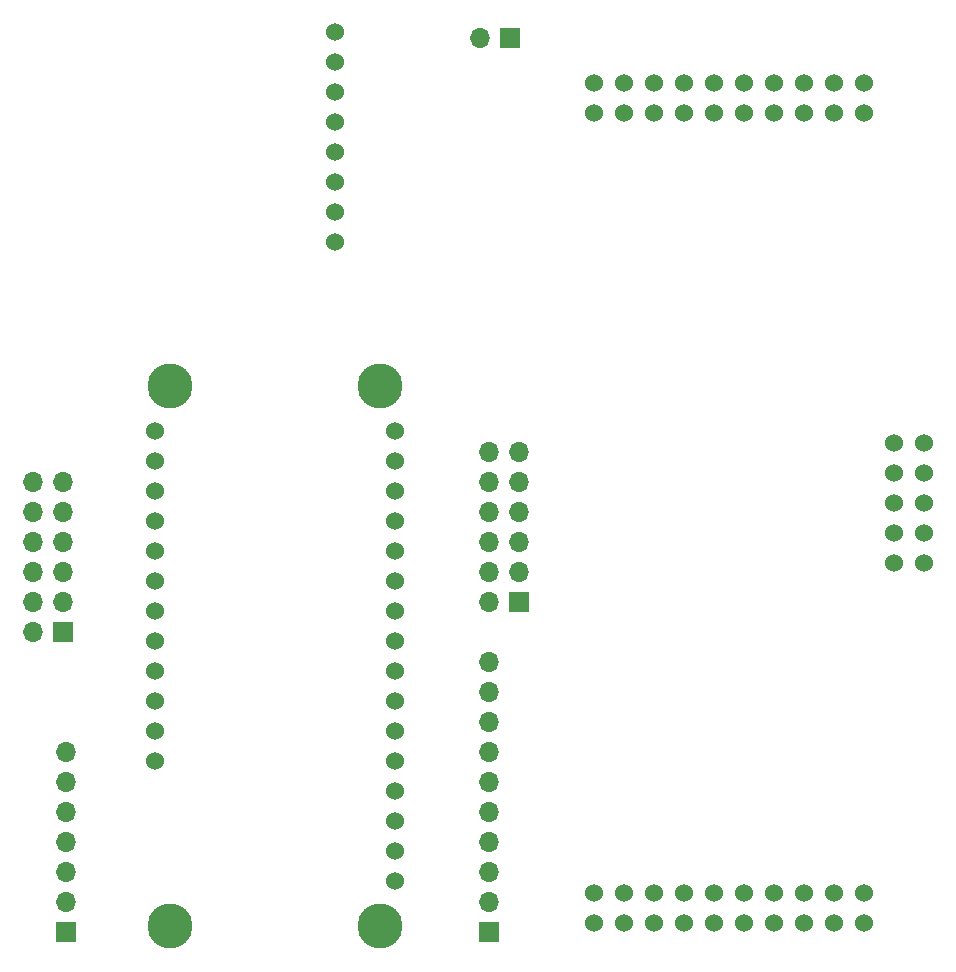
<source format=gbr>
%TF.GenerationSoftware,KiCad,Pcbnew,6.0.4-1.fc35*%
%TF.CreationDate,2022-04-10T20:29:38+01:00*%
%TF.ProjectId,DevBoard,44657642-6f61-4726-942e-6b696361645f,rev?*%
%TF.SameCoordinates,Original*%
%TF.FileFunction,Soldermask,Top*%
%TF.FilePolarity,Negative*%
%FSLAX46Y46*%
G04 Gerber Fmt 4.6, Leading zero omitted, Abs format (unit mm)*
G04 Created by KiCad (PCBNEW 6.0.4-1.fc35) date 2022-04-10 20:29:38*
%MOMM*%
%LPD*%
G01*
G04 APERTURE LIST*
%ADD10R,1.700000X1.700000*%
%ADD11O,1.700000X1.700000*%
%ADD12C,1.524000*%
%ADD13C,3.810000*%
G04 APERTURE END LIST*
D10*
%TO.C,J3*%
X182885000Y-68072000D03*
D11*
X180345000Y-68072000D03*
%TD*%
D10*
%TO.C,J4*%
X181107000Y-143769000D03*
D11*
X181107000Y-141229000D03*
X181107000Y-138689000D03*
X181107000Y-136149000D03*
X181107000Y-133609000D03*
X181107000Y-131069000D03*
X181107000Y-128529000D03*
X181107000Y-125989000D03*
X181107000Y-123449000D03*
X181107000Y-120909000D03*
%TD*%
D12*
%TO.C,U2*%
X173160000Y-139446000D03*
X173160000Y-136906000D03*
X173160000Y-134366000D03*
X173160000Y-131826000D03*
X173160000Y-129286000D03*
X173160000Y-126746000D03*
X173160000Y-124206000D03*
X173160000Y-121666000D03*
X173160000Y-119126000D03*
X173160000Y-116586000D03*
X173160000Y-114046000D03*
X173160000Y-111506000D03*
X173160000Y-108966000D03*
X173160000Y-106426000D03*
X173160000Y-103886000D03*
X173160000Y-101346000D03*
X152840000Y-101346000D03*
X152840000Y-103886000D03*
X152840000Y-106426000D03*
X152840000Y-108966000D03*
X152840000Y-111506000D03*
X152840000Y-114046000D03*
X152840000Y-116586000D03*
X152840000Y-119126000D03*
X152840000Y-121666000D03*
X152840000Y-124206000D03*
X152840000Y-126746000D03*
X152840000Y-129286000D03*
D13*
X171890000Y-143256000D03*
X171890000Y-97536000D03*
X154110000Y-97536000D03*
X154110000Y-143256000D03*
%TD*%
D10*
%TO.C,J1*%
X145000000Y-118364000D03*
D11*
X142460000Y-118364000D03*
X145000000Y-115824000D03*
X142460000Y-115824000D03*
X145000000Y-113284000D03*
X142460000Y-113284000D03*
X145000000Y-110744000D03*
X142460000Y-110744000D03*
X145000000Y-108204000D03*
X142460000Y-108204000D03*
X145000000Y-105664000D03*
X142460000Y-105664000D03*
%TD*%
D10*
%TO.C,J5*%
X145288000Y-143769000D03*
D11*
X145288000Y-141229000D03*
X145288000Y-138689000D03*
X145288000Y-136149000D03*
X145288000Y-133609000D03*
X145288000Y-131069000D03*
X145288000Y-128529000D03*
%TD*%
D12*
%TO.C,U3*%
X217932000Y-102362000D03*
X217932000Y-104902000D03*
X217932000Y-107442000D03*
X217932000Y-109982000D03*
X217932000Y-112522000D03*
X215392000Y-112522000D03*
X215392000Y-109982000D03*
X215392000Y-107442000D03*
X215392000Y-104902000D03*
X215392000Y-102362000D03*
X189992000Y-71882000D03*
X192532000Y-71882000D03*
X195072000Y-71882000D03*
X197612000Y-71882000D03*
X200152000Y-71882000D03*
X202692000Y-71882000D03*
X205232000Y-71882000D03*
X207772000Y-71882000D03*
X210312000Y-71882000D03*
X212852000Y-71882000D03*
X212852000Y-74422000D03*
X210312000Y-74422000D03*
X207772000Y-74422000D03*
X205232000Y-74422000D03*
X202692000Y-74422000D03*
X200152000Y-74422000D03*
X197612000Y-74422000D03*
X195072000Y-74422000D03*
X192532000Y-74422000D03*
X189992000Y-74422000D03*
X189992000Y-140462000D03*
X192532000Y-140462000D03*
X195072000Y-140462000D03*
X197612000Y-140462000D03*
X200152000Y-140462000D03*
X202692000Y-140462000D03*
X205232000Y-140462000D03*
X207772000Y-140462000D03*
X210312000Y-140462000D03*
X212852000Y-140462000D03*
X212852000Y-143002000D03*
X210312000Y-143002000D03*
X207772000Y-143002000D03*
X205232000Y-143002000D03*
X202692000Y-143002000D03*
X200152000Y-143002000D03*
X197612000Y-143002000D03*
X195072000Y-143002000D03*
X192532000Y-143002000D03*
X189992000Y-143002000D03*
%TD*%
%TO.C,U1*%
X168021000Y-85344000D03*
X168021000Y-82804000D03*
X168021000Y-80264000D03*
X168021000Y-77724000D03*
X168021000Y-75184000D03*
X168021000Y-72644000D03*
X168021000Y-70104000D03*
X168021000Y-67564000D03*
%TD*%
D10*
%TO.C,J2*%
X183647000Y-115824000D03*
D11*
X181107000Y-115824000D03*
X183647000Y-113284000D03*
X181107000Y-113284000D03*
X183647000Y-110744000D03*
X181107000Y-110744000D03*
X183647000Y-108204000D03*
X181107000Y-108204000D03*
X183647000Y-105664000D03*
X181107000Y-105664000D03*
X183647000Y-103124000D03*
X181107000Y-103124000D03*
%TD*%
M02*

</source>
